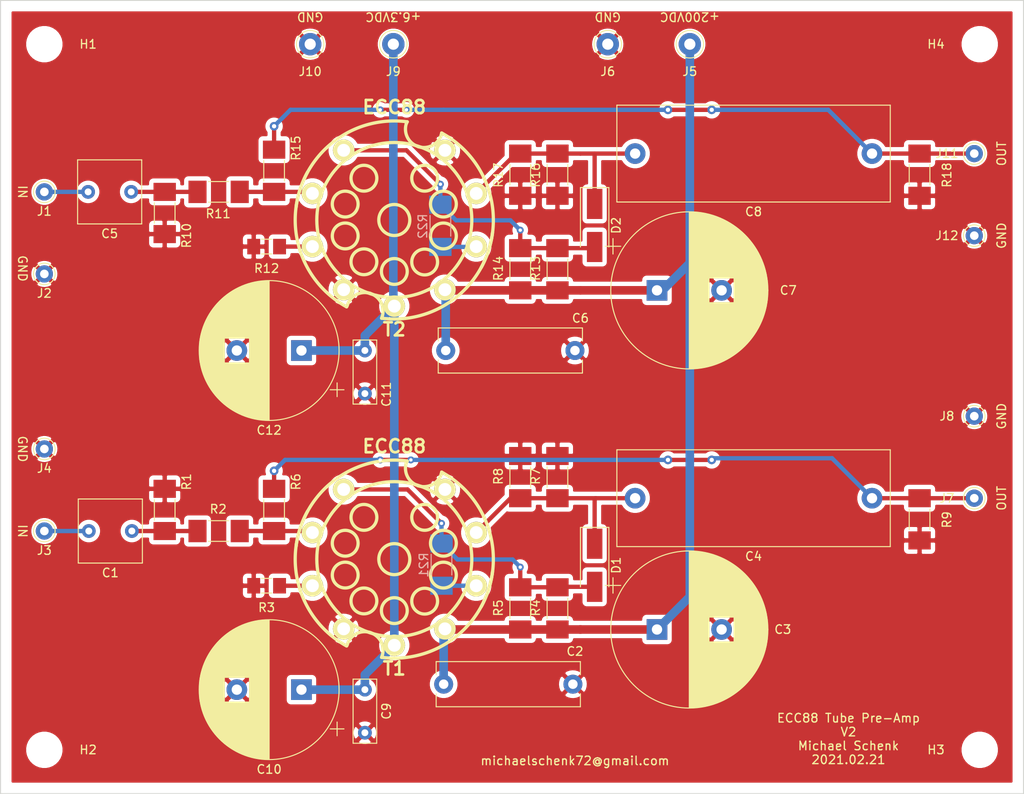
<source format=kicad_pcb>
(kicad_pcb (version 20171130) (host pcbnew "(5.1.9-0-10_14)")
  (layers (0 F.Cu signal) (31 B.Cu signal) (34 B.Paste user) (35 F.Paste user) (36 B.SilkS user) (37 F.SilkS user) (38 B.Mask user) (39 F.Mask user) (44 Edge.Cuts user))
  (net 0 "")
  (net 1 "Net-(C1-Pad2)")
  (net 2 "Net-(C1-Pad1)")
  (net 3 GND)
  (net 4 VDDA)
  (net 5 "Net-(C4-Pad2)")
  (net 6 "Net-(C4-Pad1)")
  (net 7 VDDF)
  (net 8 "Net-(R2-Pad1)")
  (net 9 "Net-(R3-Pad1)")
  (net 10 "Net-(C5-Pad2)")
  (net 11 "Net-(C5-Pad1)")
  (net 12 "Net-(C8-Pad2)")
  (net 13 "Net-(C8-Pad1)")
  (net 14 "Net-(R11-Pad1)")
  (net 15 "Net-(R12-Pad1)")
  (net 16 "Net-(D1-Pad2)")
  (net 17 "Net-(D2-Pad2)")
  (net 18 "Net-(R21-Pad2)")
  (net 19 "Net-(R22-Pad2)")
  (module kicad-snk:TubeNoval-ECC88 (layer F.Cu) (at 84.43976 96.6089 180)
    (fp_text reference T2 (at 0 -12.7) (layer F.SilkS) (effects (font (size 1.524 1.524) (thickness 0.3048))))
    (fp_text value ECC88 (at 0 13.09878) (layer F.SilkS) (effects (font (size 1.524 1.524) (thickness 0.3048))))
    (pad 1 thru_hole circle (at 5.87756 8.0899 180) (size 2.49936 2.49936) (drill 1.4986) (layers *.Cu *.Mask F.SilkS) (net 17 "Net-(D2-Pad2)"))
    (pad 2 thru_hole circle (at 9.50976 3.0861 180) (size 2.49936 2.49936) (drill 1.4986) (layers *.Cu *.Mask F.SilkS) (net 14 "Net-(R11-Pad1)"))
    (pad 3 thru_hole circle (at 9.50976 -3.0861 180) (size 2.49936 2.49936) (drill 1.4986) (layers *.Cu *.Mask F.SilkS) (net 15 "Net-(R12-Pad1)"))
    (pad 4 thru_hole circle (at 5.87756 -8.0899 180) (size 2.49936 2.49936) (drill 1.4986) (layers *.Cu *.Mask F.SilkS) (net 3 GND))
    (pad 5 thru_hole circle (at 0 -9.99998 180) (size 2.49936 2.49936) (drill 1.4986) (layers *.Cu *.Mask F.SilkS) (net 7 VDDF))
    (pad 6 thru_hole circle (at -5.87756 -8.0899 180) (size 2.49936 2.49936) (drill 1.4986) (layers *.Cu *.Mask F.SilkS) (net 4 VDDA))
    (pad 7 thru_hole circle (at -9.50976 -3.0861 180) (size 2.49936 2.49936) (drill 1.4986) (layers *.Cu *.Mask F.SilkS) (net 19 "Net-(R22-Pad2)"))
    (pad 8 thru_hole circle (at -9.50976 3.0861 180) (size 2.49936 2.49936) (drill 1.4986) (layers *.Cu *.Mask F.SilkS) (net 12 "Net-(C8-Pad2)"))
    (pad 9 thru_hole circle (at -5.87756 8.0899 180) (size 2.49936 2.49936) (drill 1.4986) (layers *.Cu *.Mask F.SilkS) (net 3 GND))
  )
  (module kicad-snk:TubeNoval-ECC88 (layer F.Cu) (at 84.43976 135.9789 180)
    (fp_text reference T1 (at 0 -12.7) (layer F.SilkS) (effects (font (size 1.524 1.524) (thickness 0.3048))))
    (fp_text value ECC88 (at 0 13.09878) (layer F.SilkS) (effects (font (size 1.524 1.524) (thickness 0.3048))))
    (pad 1 thru_hole circle (at 5.87756 8.0899 180) (size 2.49936 2.49936) (drill 1.4986) (layers *.Cu *.Mask F.SilkS) (net 16 "Net-(D1-Pad2)"))
    (pad 2 thru_hole circle (at 9.50976 3.0861 180) (size 2.49936 2.49936) (drill 1.4986) (layers *.Cu *.Mask F.SilkS) (net 8 "Net-(R2-Pad1)"))
    (pad 3 thru_hole circle (at 9.50976 -3.0861 180) (size 2.49936 2.49936) (drill 1.4986) (layers *.Cu *.Mask F.SilkS) (net 9 "Net-(R3-Pad1)"))
    (pad 4 thru_hole circle (at 5.87756 -8.0899 180) (size 2.49936 2.49936) (drill 1.4986) (layers *.Cu *.Mask F.SilkS) (net 3 GND))
    (pad 5 thru_hole circle (at 0 -9.99998 180) (size 2.49936 2.49936) (drill 1.4986) (layers *.Cu *.Mask F.SilkS) (net 7 VDDF))
    (pad 6 thru_hole circle (at -5.87756 -8.0899 180) (size 2.49936 2.49936) (drill 1.4986) (layers *.Cu *.Mask F.SilkS) (net 4 VDDA))
    (pad 7 thru_hole circle (at -9.50976 -3.0861 180) (size 2.49936 2.49936) (drill 1.4986) (layers *.Cu *.Mask F.SilkS) (net 18 "Net-(R21-Pad2)"))
    (pad 8 thru_hole circle (at -9.50976 3.0861 180) (size 2.49936 2.49936) (drill 1.4986) (layers *.Cu *.Mask F.SilkS) (net 5 "Net-(C4-Pad2)"))
    (pad 9 thru_hole circle (at -5.87756 8.0899 180) (size 2.49936 2.49936) (drill 1.4986) (layers *.Cu *.Mask F.SilkS) (net 3 GND))
  )
  (module Diode_SMD:D_SMA_Handsoldering (layer F.Cu) (at 107.696 97.242 270)
    (fp_text reference D2 (at 0 -2.5 90) (layer F.SilkS))
    (fp_text value 1N4007)
    (pad 2 smd rect (at 2.5 0 270) (size 3.5 1.8) (layers F.Cu F.Paste F.Mask) (net 17 "Net-(D2-Pad2)"))
    (pad 1 smd rect (at -2.5 0 270) (size 3.5 1.8) (layers F.Cu F.Paste F.Mask) (net 12 "Net-(C8-Pad2)"))
  )
  (module Diode_SMD:D_SMA_Handsoldering (layer F.Cu) (at 107.696 136.692 270)
    (fp_text reference D1 (at 0 -2.5 90) (layer F.SilkS))
    (fp_text value 1N4007)
    (pad 2 smd rect (at 2.5 0 270) (size 3.5 1.8) (layers F.Cu F.Paste F.Mask) (net 16 "Net-(D1-Pad2)"))
    (pad 1 smd rect (at -2.5 0 270) (size 3.5 1.8) (layers F.Cu F.Paste F.Mask) (net 5 "Net-(C4-Pad2)"))
  )
  (module Resistor_SMD:R_MELF_MMB-0207 (layer B.Cu) (at 89.789 97.282 270)
    (fp_text reference R22 (at 0.05 2.05 270) (layer B.SilkS) (effects (justify mirror)))
    (fp_text value 100R)
    (pad 2 smd rect (at 2.45 0 270) (size 2.1 2.6) (layers B.Cu B.Paste B.Mask) (net 19 "Net-(R22-Pad2)"))
    (pad 1 smd rect (at -2.45 0 270) (size 2.1 2.6) (layers B.Cu B.Paste B.Mask) (net 17 "Net-(D2-Pad2)"))
  )
  (module Resistor_SMD:R_MELF_MMB-0207 (layer B.Cu) (at 89.916 136.615 270)
    (fp_text reference R21 (at 0.05 2.05 90) (layer B.SilkS) (effects (justify mirror)))
    (fp_text value 100R)
    (pad 2 smd rect (at 2.45 0 270) (size 2.1 2.6) (layers B.Cu B.Paste B.Mask) (net 18 "Net-(R21-Pad2)"))
    (pad 1 smd rect (at -2.45 0 270) (size 2.1 2.6) (layers B.Cu B.Paste B.Mask) (net 16 "Net-(D1-Pad2)"))
  )
  (module Capacitor_THT:C_Rect_L31.5mm_W11.0mm_P27.50mm_MKS4 (layer F.Cu) (at 139.895 88.9 180)
    (fp_text reference C8 (at 13.75 -6.75) (layer F.SilkS))
    (fp_text value 2.2uF)
    (pad 2 thru_hole circle (at 27.5 0 180) (size 2.4 2.4) (drill 1.2) (layers *.Cu *.Mask) (net 12 "Net-(C8-Pad2)"))
    (pad 1 thru_hole circle (at 0 0 180) (size 2.4 2.4) (drill 1.2) (layers *.Cu *.Mask) (net 13 "Net-(C8-Pad1)"))
  )
  (module Capacitor_THT:C_Rect_L31.5mm_W11.0mm_P27.50mm_MKS4 (layer F.Cu) (at 139.895 128.905 180)
    (fp_text reference C4 (at 13.75 -6.75) (layer F.SilkS))
    (fp_text value 2.2uF)
    (pad 2 thru_hole circle (at 27.5 0 180) (size 2.4 2.4) (drill 1.2) (layers *.Cu *.Mask) (net 5 "Net-(C4-Pad2)"))
    (pad 1 thru_hole circle (at 0 0 180) (size 2.4 2.4) (drill 1.2) (layers *.Cu *.Mask) (net 6 "Net-(C4-Pad1)"))
  )
  (module Capacitor_THT:CP_Radial_D16.0mm_P7.50mm (layer F.Cu) (at 73.66 111.76 180)
    (fp_text reference C12 (at 3.75 -9.25) (layer F.SilkS))
    (fp_text value 2200uF)
    (pad 2 thru_hole circle (at 7.5 0 180) (size 2.4 2.4) (drill 1.2) (layers *.Cu *.Mask) (net 3 GND))
    (pad 1 thru_hole rect (at 0 0 180) (size 2.4 2.4) (drill 1.2) (layers *.Cu *.Mask) (net 7 VDDF))
  )
  (module Capacitor_THT:C_Rect_L7.2mm_W2.5mm_P5.00mm_FKS2_FKP2_MKS2_MKP2 (layer F.Cu) (at 81.026 111.76 270)
    (fp_text reference C11 (at 5.08 -2.5 90) (layer F.SilkS))
    (fp_text value 100nF)
    (pad 2 thru_hole circle (at 5 0 270) (size 1.6 1.6) (drill 0.8) (layers *.Cu *.Mask) (net 3 GND))
    (pad 1 thru_hole circle (at 0 0 270) (size 1.6 1.6) (drill 0.8) (layers *.Cu *.Mask) (net 7 VDDF))
  )
  (module Capacitor_THT:CP_Radial_D16.0mm_P7.50mm (layer F.Cu) (at 73.66 151.13 180)
    (fp_text reference C10 (at 3.75 -9.25) (layer F.SilkS))
    (fp_text value 2200uF)
    (pad 2 thru_hole circle (at 7.5 0 180) (size 2.4 2.4) (drill 1.2) (layers *.Cu *.Mask) (net 3 GND))
    (pad 1 thru_hole rect (at 0 0 180) (size 2.4 2.4) (drill 1.2) (layers *.Cu *.Mask) (net 7 VDDF))
  )
  (module Capacitor_THT:C_Rect_L7.2mm_W2.5mm_P5.00mm_FKS2_FKP2_MKS2_MKP2 (layer F.Cu) (at 81.026 151.13 270)
    (fp_text reference C9 (at 2.5 -2.5 90) (layer F.SilkS))
    (fp_text value 100nF)
    (pad 2 thru_hole circle (at 5 0 270) (size 1.6 1.6) (drill 0.8) (layers *.Cu *.Mask) (net 3 GND))
    (pad 1 thru_hole circle (at 0 0 270) (size 1.6 1.6) (drill 0.8) (layers *.Cu *.Mask) (net 7 VDDF))
  )
  (module Resistor_SMD:R_MELF_MMB-0207 (layer F.Cu) (at 145.415 91.35 270)
    (fp_text reference R18 (at 0.05 -3.175 90) (layer F.SilkS))
    (fp_text value 1Meg)
    (pad 2 smd rect (at 2.45 0 270) (size 2.1 2.6) (layers F.Cu F.Paste F.Mask) (net 3 GND))
    (pad 1 smd rect (at -2.45 0 270) (size 2.1 2.6) (layers F.Cu F.Paste F.Mask) (net 13 "Net-(C8-Pad1)"))
  )
  (module Resistor_SMD:R_MELF_MMB-0207 (layer F.Cu) (at 99.06 91.35 270)
    (fp_text reference R17 (at 0.05 2.54 90) (layer F.SilkS))
    (fp_text value 39k)
    (pad 2 smd rect (at 2.45 0 270) (size 2.1 2.6) (layers F.Cu F.Paste F.Mask) (net 3 GND))
    (pad 1 smd rect (at -2.45 0 270) (size 2.1 2.6) (layers F.Cu F.Paste F.Mask) (net 12 "Net-(C8-Pad2)"))
  )
  (module Resistor_SMD:R_MELF_MMB-0207 (layer F.Cu) (at 103.378 91.35 270)
    (fp_text reference R16 (at 0.05 2.54 90) (layer F.SilkS))
    (fp_text value 56k)
    (pad 2 smd rect (at 2.45 0 270) (size 2.1 2.6) (layers F.Cu F.Paste F.Mask) (net 3 GND))
    (pad 1 smd rect (at -2.45 0 270) (size 2.1 2.6) (layers F.Cu F.Paste F.Mask) (net 12 "Net-(C8-Pad2)"))
  )
  (module Resistor_SMD:R_MELF_MMB-0207 (layer F.Cu) (at 70.485 90.895 270)
    (fp_text reference R15 (at -2.63 -2.54 90) (layer F.SilkS))
    (fp_text value 100k)
    (pad 2 smd rect (at 2.45 0 270) (size 2.1 2.6) (layers F.Cu F.Paste F.Mask) (net 14 "Net-(R11-Pad1)"))
    (pad 1 smd rect (at -2.45 0 270) (size 2.1 2.6) (layers F.Cu F.Paste F.Mask) (net 13 "Net-(C8-Pad1)"))
  )
  (module Resistor_SMD:R_MELF_MMB-0207 (layer F.Cu) (at 99.06 102.325 90)
    (fp_text reference R14 (at 0.09 -2.54 90) (layer F.SilkS))
    (fp_text value 39k)
    (pad 2 smd rect (at 2.45 0 90) (size 2.1 2.6) (layers F.Cu F.Paste F.Mask) (net 17 "Net-(D2-Pad2)"))
    (pad 1 smd rect (at -2.45 0 90) (size 2.1 2.6) (layers F.Cu F.Paste F.Mask) (net 4 VDDA))
  )
  (module Resistor_SMD:R_MELF_MMB-0207 (layer F.Cu) (at 103.378 102.325 90)
    (fp_text reference R13 (at 0.09 -2.54 90) (layer F.SilkS))
    (fp_text value 56k)
    (pad 2 smd rect (at 2.45 0 90) (size 2.1 2.6) (layers F.Cu F.Paste F.Mask) (net 17 "Net-(D2-Pad2)"))
    (pad 1 smd rect (at -2.45 0 90) (size 2.1 2.6) (layers F.Cu F.Paste F.Mask) (net 4 VDDA))
  )
  (module Resistor_SMD:R_MiniMELF_MMA-0204 (layer F.Cu) (at 69.62 99.695 180)
    (fp_text reference R12 (at 0 -2.54) (layer F.SilkS))
    (fp_text value 1.21k)
    (pad 2 smd rect (at 1.5 0 180) (size 1.5 1.8) (layers F.Cu F.Paste F.Mask) (net 3 GND))
    (pad 1 smd rect (at -1.5 0 180) (size 1.5 1.8) (layers F.Cu F.Paste F.Mask) (net 15 "Net-(R12-Pad1)"))
  )
  (module Resistor_SMD:R_MELF_MMB-0207 (layer F.Cu) (at 64.045 93.345 180)
    (fp_text reference R11 (at 0.05 -2.54) (layer F.SilkS))
    (fp_text value 47k)
    (pad 2 smd rect (at 2.45 0 180) (size 2.1 2.6) (layers F.Cu F.Paste F.Mask) (net 11 "Net-(C5-Pad1)"))
    (pad 1 smd rect (at -2.45 0 180) (size 2.1 2.6) (layers F.Cu F.Paste F.Mask) (net 14 "Net-(R11-Pad1)"))
  )
  (module Resistor_SMD:R_MELF_MMB-0207 (layer F.Cu) (at 57.785 95.795 270)
    (fp_text reference R10 (at 2.63 -2.54 90) (layer F.SilkS))
    (fp_text value 1Meg)
    (pad 2 smd rect (at 2.45 0 270) (size 2.1 2.6) (layers F.Cu F.Paste F.Mask) (net 3 GND))
    (pad 1 smd rect (at -2.45 0 270) (size 2.1 2.6) (layers F.Cu F.Paste F.Mask) (net 11 "Net-(C5-Pad1)"))
  )
  (module Connector_Pin:Pin_D1.0mm_L10.0mm (layer F.Cu) (at 151.765 98.425)
    (fp_text reference J12 (at -3.175 0) (layer F.SilkS))
    (fp_text value Conn_01x01)
    (pad 1 thru_hole circle (at 0 0) (size 2 2) (drill 1) (layers *.Cu *.Mask) (net 3 GND))
  )
  (module Connector_Pin:Pin_D1.0mm_L10.0mm (layer F.Cu) (at 151.765 88.9)
    (fp_text reference J11 (at -3.175 0) (layer F.SilkS))
    (fp_text value Conn_01x01)
    (pad 1 thru_hole circle (at 0 0) (size 2 2) (drill 1) (layers *.Cu *.Mask) (net 13 "Net-(C8-Pad1)"))
  )
  (module Connector_Pin:Pin_D1.3mm_L11.0mm (layer F.Cu) (at 74.676 76.2)
    (fp_text reference J10 (at 0 3.175) (layer F.SilkS))
    (fp_text value Conn_01x01)
    (pad 1 thru_hole circle (at 0 0) (size 2.6 2.6) (drill 1.3) (layers *.Cu *.Mask) (net 3 GND))
  )
  (module Connector_Pin:Pin_D1.3mm_L11.0mm (layer F.Cu) (at 84.328 76.2)
    (fp_text reference J9 (at 0 3.175) (layer F.SilkS))
    (fp_text value Conn_01x01)
    (pad 1 thru_hole circle (at 0 0) (size 2.6 2.6) (drill 1.3) (layers *.Cu *.Mask) (net 7 VDDF))
  )
  (module Connector_Pin:Pin_D1.0mm_L10.0mm (layer F.Cu) (at 43.815 102.87)
    (fp_text reference J2 (at 0 2.25) (layer F.SilkS))
    (fp_text value Conn_01x01)
    (pad 1 thru_hole circle (at 0 0) (size 2 2) (drill 1) (layers *.Cu *.Mask) (net 3 GND))
  )
  (module Connector_Pin:Pin_D1.0mm_L10.0mm (layer F.Cu) (at 43.815 93.345)
    (fp_text reference J1 (at 0 2.25) (layer F.SilkS))
    (fp_text value Conn_01x01)
    (pad 1 thru_hole circle (at 0 0) (size 2 2) (drill 1) (layers *.Cu *.Mask) (net 10 "Net-(C5-Pad2)"))
  )
  (module Capacitor_THT:CP_Radial_D18.0mm_P7.50mm (layer F.Cu) (at 114.935 104.775)
    (fp_text reference C7 (at 15.24 0) (layer F.SilkS))
    (fp_text value 100uF)
    (pad 2 thru_hole circle (at 7.5 0) (size 2.4 2.4) (drill 1.2) (layers *.Cu *.Mask) (net 3 GND))
    (pad 1 thru_hole rect (at 0 0) (size 2.4 2.4) (drill 1.2) (layers *.Cu *.Mask) (net 4 VDDA))
  )
  (module Capacitor_THT:C_Rect_L16.5mm_W5.0mm_P15.00mm_MKT (layer F.Cu) (at 90.41 111.76)
    (fp_text reference C6 (at 15.635 -3.75) (layer F.SilkS))
    (fp_text value 100nF)
    (pad 2 thru_hole circle (at 15 0) (size 2.2 2.2) (drill 1.1) (layers *.Cu *.Mask) (net 3 GND))
    (pad 1 thru_hole circle (at 0 0) (size 2.2 2.2) (drill 1.1) (layers *.Cu *.Mask) (net 4 VDDA))
  )
  (module Capacitor_THT:C_Rect_L7.2mm_W7.2mm_P5.00mm_FKS2_FKP2_MKS2_MKP2 (layer F.Cu) (at 53.895 93.345 180)
    (fp_text reference C5 (at 2.5 -4.85) (layer F.SilkS))
    (fp_text value 3.3uF)
    (pad 2 thru_hole circle (at 5 0 180) (size 1.6 1.6) (drill 0.8) (layers *.Cu *.Mask) (net 10 "Net-(C5-Pad2)"))
    (pad 1 thru_hole circle (at 0 0 180) (size 1.6 1.6) (drill 0.8) (layers *.Cu *.Mask) (net 11 "Net-(C5-Pad1)"))
  )
  (module Resistor_SMD:R_MELF_MMB-0207 (layer F.Cu) (at 145.415 131.355 270)
    (fp_text reference R9 (at 0.05 -3.175 90) (layer F.SilkS))
    (fp_text value 1Meg)
    (pad 2 smd rect (at 2.45 0 270) (size 2.1 2.6) (layers F.Cu F.Paste F.Mask) (net 3 GND))
    (pad 1 smd rect (at -2.45 0 270) (size 2.1 2.6) (layers F.Cu F.Paste F.Mask) (net 6 "Net-(C4-Pad1)"))
  )
  (module Resistor_SMD:R_MELF_MMB-0207 (layer F.Cu) (at 99.06 126.455 90)
    (fp_text reference R8 (at 0.09 -2.54 90) (layer F.SilkS))
    (fp_text value 39k)
    (pad 2 smd rect (at 2.45 0 90) (size 2.1 2.6) (layers F.Cu F.Paste F.Mask) (net 3 GND))
    (pad 1 smd rect (at -2.45 0 90) (size 2.1 2.6) (layers F.Cu F.Paste F.Mask) (net 5 "Net-(C4-Pad2)"))
  )
  (module Resistor_SMD:R_MELF_MMB-0207 (layer F.Cu) (at 103.378 126.455 90)
    (fp_text reference R7 (at 0.09 -2.54 90) (layer F.SilkS))
    (fp_text value 56k)
    (pad 2 smd rect (at 2.45 0 90) (size 2.1 2.6) (layers F.Cu F.Paste F.Mask) (net 3 GND))
    (pad 1 smd rect (at -2.45 0 90) (size 2.1 2.6) (layers F.Cu F.Paste F.Mask) (net 5 "Net-(C4-Pad2)"))
  )
  (module Resistor_SMD:R_MELF_MMB-0207 (layer F.Cu) (at 70.485 130.265 270)
    (fp_text reference R6 (at -3.265 -2.54 90) (layer F.SilkS))
    (fp_text value 100k)
    (pad 2 smd rect (at 2.45 0 270) (size 2.1 2.6) (layers F.Cu F.Paste F.Mask) (net 8 "Net-(R2-Pad1)"))
    (pad 1 smd rect (at -2.45 0 270) (size 2.1 2.6) (layers F.Cu F.Paste F.Mask) (net 6 "Net-(C4-Pad1)"))
  )
  (module Resistor_SMD:R_MELF_MMB-0207 (layer F.Cu) (at 99.06 141.695 90)
    (fp_text reference R5 (at 0.05 -2.54 90) (layer F.SilkS))
    (fp_text value 39k)
    (pad 2 smd rect (at 2.45 0 90) (size 2.1 2.6) (layers F.Cu F.Paste F.Mask) (net 16 "Net-(D1-Pad2)"))
    (pad 1 smd rect (at -2.45 0 90) (size 2.1 2.6) (layers F.Cu F.Paste F.Mask) (net 4 VDDA))
  )
  (module Resistor_SMD:R_MELF_MMB-0207 (layer F.Cu) (at 103.378 141.695 90)
    (fp_text reference R4 (at 0.05 -2.54 90) (layer F.SilkS))
    (fp_text value 56k)
    (pad 2 smd rect (at 2.45 0 90) (size 2.1 2.6) (layers F.Cu F.Paste F.Mask) (net 16 "Net-(D1-Pad2)"))
    (pad 1 smd rect (at -2.45 0 90) (size 2.1 2.6) (layers F.Cu F.Paste F.Mask) (net 4 VDDA))
  )
  (module Resistor_SMD:R_MiniMELF_MMA-0204 (layer F.Cu) (at 69.62 139.065 180)
    (fp_text reference R3 (at 0 -2.54) (layer F.SilkS))
    (fp_text value 1.21k)
    (pad 2 smd rect (at 1.5 0 180) (size 1.5 1.8) (layers F.Cu F.Paste F.Mask) (net 3 GND))
    (pad 1 smd rect (at -1.5 0 180) (size 1.5 1.8) (layers F.Cu F.Paste F.Mask) (net 9 "Net-(R3-Pad1)"))
  )
  (module Resistor_SMD:R_MELF_MMB-0207 (layer F.Cu) (at 64.045 132.715 180)
    (fp_text reference R2 (at 0.05 2.54) (layer F.SilkS))
    (fp_text value 47k)
    (pad 2 smd rect (at 2.45 0 180) (size 2.1 2.6) (layers F.Cu F.Paste F.Mask) (net 2 "Net-(C1-Pad1)"))
    (pad 1 smd rect (at -2.45 0 180) (size 2.1 2.6) (layers F.Cu F.Paste F.Mask) (net 8 "Net-(R2-Pad1)"))
  )
  (module Resistor_SMD:R_MELF_MMB-0207 (layer F.Cu) (at 57.785 130.265 90)
    (fp_text reference R1 (at 3.265 2.54 90) (layer F.SilkS))
    (fp_text value 1Meg)
    (pad 2 smd rect (at 2.45 0 90) (size 2.1 2.6) (layers F.Cu F.Paste F.Mask) (net 3 GND))
    (pad 1 smd rect (at -2.45 0 90) (size 2.1 2.6) (layers F.Cu F.Paste F.Mask) (net 2 "Net-(C1-Pad1)"))
  )
  (module Connector_Pin:Pin_D1.0mm_L10.0mm (layer F.Cu) (at 151.765 119.38)
    (fp_text reference J8 (at -3.175 0) (layer F.SilkS))
    (fp_text value Conn_01x01)
    (pad 1 thru_hole circle (at 0 0) (size 2 2) (drill 1) (layers *.Cu *.Mask) (net 3 GND))
  )
  (module Connector_Pin:Pin_D1.0mm_L10.0mm (layer F.Cu) (at 151.765 128.905)
    (fp_text reference J7 (at -3.175 0) (layer F.SilkS))
    (fp_text value Conn_01x01)
    (pad 1 thru_hole circle (at 0 0) (size 2 2) (drill 1) (layers *.Cu *.Mask) (net 6 "Net-(C4-Pad1)"))
  )
  (module Connector_Pin:Pin_D1.3mm_L11.0mm (layer F.Cu) (at 109.22 76.2)
    (fp_text reference J6 (at 0 3.175) (layer F.SilkS))
    (fp_text value Conn_01x01)
    (pad 1 thru_hole circle (at 0 0) (size 2.6 2.6) (drill 1.3) (layers *.Cu *.Mask) (net 3 GND))
  )
  (module Connector_Pin:Pin_D1.3mm_L11.0mm (layer F.Cu) (at 118.745 76.2)
    (fp_text reference J5 (at 0 3.175) (layer F.SilkS))
    (fp_text value Conn_01x01)
    (pad 1 thru_hole circle (at 0 0) (size 2.6 2.6) (drill 1.3) (layers *.Cu *.Mask) (net 4 VDDA))
  )
  (module Connector_Pin:Pin_D1.0mm_L10.0mm (layer F.Cu) (at 43.815 123.19)
    (fp_text reference J4 (at 0 2.25) (layer F.SilkS))
    (fp_text value Conn_01x01)
    (pad 1 thru_hole circle (at 0 0) (size 2 2) (drill 1) (layers *.Cu *.Mask) (net 3 GND))
  )
  (module Connector_Pin:Pin_D1.0mm_L10.0mm (layer F.Cu) (at 43.815 132.715)
    (fp_text reference J3 (at 0 2.25) (layer F.SilkS))
    (fp_text value Conn_01x01)
    (pad 1 thru_hole circle (at 0 0) (size 2 2) (drill 1) (layers *.Cu *.Mask) (net 1 "Net-(C1-Pad2)"))
  )
  (module MountingHole:MountingHole_3.2mm_M3 (layer F.Cu) (at 152.4 76.2)
    (fp_text reference H4 (at -5.08 0) (layer F.SilkS))
    (fp_text value MountingHole)
    (pad 1 np_thru_hole circle (at 0 0) (size 3.2 3.2) (drill 3.2) (layers *.Cu *.Mask))
  )
  (module MountingHole:MountingHole_3.2mm_M3 (layer F.Cu) (at 152.4 158.115)
    (fp_text reference H3 (at -5.08 0) (layer F.SilkS))
    (fp_text value MountingHole)
    (pad 1 np_thru_hole circle (at 0 0) (size 3.2 3.2) (drill 3.2) (layers *.Cu *.Mask))
  )
  (module MountingHole:MountingHole_3.2mm_M3 (layer F.Cu) (at 43.815 158.115)
    (fp_text reference H2 (at 5.08 0) (layer F.SilkS))
    (fp_text value MountingHole)
    (pad 1 np_thru_hole circle (at 0 0) (size 3.2 3.2) (drill 3.2) (layers *.Cu *.Mask))
  )
  (module MountingHole:MountingHole_3.2mm_M3 (layer F.Cu) (at 43.815 76.2)
    (fp_text reference H1 (at 5.08 0) (layer F.SilkS))
    (fp_text value MountingHole)
    (pad 1 np_thru_hole circle (at 0 0) (size 3.2 3.2) (drill 3.2) (layers *.Cu *.Mask))
  )
  (module Capacitor_THT:CP_Radial_D18.0mm_P7.50mm (layer F.Cu) (at 114.935 144.145)
    (fp_text reference C3 (at 14.605 0) (layer F.SilkS))
    (fp_text value 100uF)
    (pad 2 thru_hole circle (at 7.5 0) (size 2.4 2.4) (drill 1.2) (layers *.Cu *.Mask) (net 3 GND))
    (pad 1 thru_hole rect (at 0 0) (size 2.4 2.4) (drill 1.2) (layers *.Cu *.Mask) (net 4 VDDA))
  )
  (module Capacitor_THT:C_Rect_L16.5mm_W5.0mm_P15.00mm_MKT (layer F.Cu) (at 90.17 150.495)
    (fp_text reference C2 (at 15.24 -3.81) (layer F.SilkS))
    (fp_text value 100nF)
    (pad 2 thru_hole circle (at 15 0) (size 2.2 2.2) (drill 1.1) (layers *.Cu *.Mask) (net 3 GND))
    (pad 1 thru_hole circle (at 0 0) (size 2.2 2.2) (drill 1.1) (layers *.Cu *.Mask) (net 4 VDDA))
  )
  (module Capacitor_THT:C_Rect_L7.2mm_W7.2mm_P5.00mm_FKS2_FKP2_MKS2_MKP2 (layer F.Cu) (at 53.975 132.715 180)
    (fp_text reference C1 (at 2.5 -4.85) (layer F.SilkS))
    (fp_text value 3.3uF)
    (pad 2 thru_hole circle (at 5 0 180) (size 1.6 1.6) (drill 0.8) (layers *.Cu *.Mask) (net 1 "Net-(C1-Pad2)"))
    (pad 1 thru_hole circle (at 0 0 180) (size 1.6 1.6) (drill 0.8) (layers *.Cu *.Mask) (net 2 "Net-(C1-Pad1)"))
  )
  (gr_text GND (at 74.676 73.025 180) (layer F.SilkS) (effects (font (size 1 1))))
  (gr_text GND (at 109.22 73.025 180) (layer F.SilkS) (effects (font (size 1 1))))
  (gr_text +6.3VDC (at 84.328 73.025 180) (layer F.SilkS) (effects (font (size 1 1))))
  (gr_text +200VDC (at 118.745 73.025 180) (layer F.SilkS) (effects (font (size 1 1))))
  (gr_text OUT (at 154.94 88.9 90) (layer F.SilkS) (effects (font (size 1 1))))
  (gr_text OUT (at 154.94 128.905 90) (layer F.SilkS) (effects (font (size 1 1))))
  (gr_text GND (at 154.94 119.38 90) (layer F.SilkS) (effects (font (size 1 1))))
  (gr_text GND (at 154.94 98.425 90) (layer F.SilkS) (effects (font (size 1 1))))
  (gr_text GND (at 41.275 102.235 270) (layer F.SilkS) (effects (font (size 1 1))))
  (gr_text GND (at 41.275 123.19 270) (layer F.SilkS) (effects (font (size 1 1))))
  (gr_text IN (at 41.275 132.715 270) (layer F.SilkS) (effects (font (size 1 1))))
  (gr_text IN (at 41.275 93.345 270) (layer F.SilkS) (effects (font (size 1 1))))
  (gr_text "ECC88 Tube Pre-Amp\nV2\nMichael Schenk\n2021.02.21" (at 137.16 156.845) (layer F.SilkS) (effects (font (size 1 1))))
  (gr_text michaelschenk72@gmail.com (at 105.41 159.385) (layer F.SilkS) (effects (font (size 1 1))))
  (gr_line (start 157.48 71.12) (end 157.48 163.195) (layer Edge.Cuts) (width 0.1))
  (gr_line (start 38.735 71.12) (end 157.48 71.12) (layer Edge.Cuts) (width 0.1))
  (gr_line (start 38.735 163.195) (end 38.735 71.12) (layer Edge.Cuts) (width 0.1))
  (gr_line (start 157.48 163.195) (end 38.735 163.195) (layer Edge.Cuts) (width 0.1))
  (segment (start 43.815 132.715) (end 48.975 132.715) (width 0.5) (layer B.Cu) (net 1))
  (segment (start 53.975 132.715) (end 57.785 132.715) (width 0.5) (layer F.Cu) (net 2))
  (segment (start 57.785 132.715) (end 61.595 132.715) (width 0.5) (layer F.Cu) (net 2))
  (segment (start 118.745 140.335) (end 114.935 144.145) (width 1) (layer B.Cu) (net 4))
  (segment (start 115.57 104.775) (end 118.745 101.6) (width 1) (layer B.Cu) (net 4))
  (segment (start 118.745 101.6) (end 118.745 140.335) (width 1) (layer B.Cu) (net 4))
  (segment (start 114.935 104.775) (end 115.57 104.775) (width 1) (layer B.Cu) (net 4))
  (segment (start 118.745 101.6) (end 118.745 76.2) (width 1) (layer B.Cu) (net 4))
  (segment (start 90.41 104.79148) (end 90.31732 104.6988) (width 1) (layer B.Cu) (net 4))
  (segment (start 90.41 111.76) (end 90.41 104.79148) (width 1) (layer B.Cu) (net 4))
  (segment (start 90.17 144.21612) (end 90.31732 144.0688) (width 1) (layer B.Cu) (net 4))
  (segment (start 90.17 150.495) (end 90.17 144.21612) (width 1) (layer B.Cu) (net 4))
  (segment (start 114.935 144.145) (end 106.045 144.145) (width 1) (layer F.Cu) (net 4))
  (segment (start 90.39352 144.145) (end 90.31732 144.0688) (width 1) (layer F.Cu) (net 4))
  (segment (start 99.06 144.145) (end 90.39352 144.145) (width 1) (layer F.Cu) (net 4))
  (segment (start 114.935 104.775) (end 106.045 104.775) (width 1) (layer F.Cu) (net 4))
  (segment (start 90.39352 104.775) (end 90.31732 104.6988) (width 1) (layer F.Cu) (net 4))
  (segment (start 99.06 104.775) (end 90.39352 104.775) (width 1) (layer F.Cu) (net 4))
  (segment (start 106.045 104.775) (end 103.378 104.775) (width 1) (layer F.Cu) (net 4))
  (segment (start 103.378 104.775) (end 99.06 104.775) (width 1) (layer F.Cu) (net 4))
  (segment (start 106.045 144.145) (end 103.378 144.145) (width 1) (layer F.Cu) (net 4))
  (segment (start 103.378 144.145) (end 99.06 144.145) (width 1) (layer F.Cu) (net 4))
  (segment (start 97.93732 128.905) (end 99.06 128.905) (width 0.5) (layer F.Cu) (net 5))
  (segment (start 93.94952 132.8928) (end 97.93732 128.905) (width 0.5) (layer F.Cu) (net 5))
  (segment (start 99.06 128.905) (end 103.378 128.905) (width 0.5) (layer F.Cu) (net 5))
  (segment (start 107.696 134.192) (end 107.696 129.032) (width 0.5) (layer F.Cu) (net 5))
  (segment (start 107.823 128.905) (end 112.395 128.905) (width 0.5) (layer F.Cu) (net 5))
  (segment (start 107.696 129.032) (end 107.823 128.905) (width 0.5) (layer F.Cu) (net 5))
  (segment (start 103.378 128.905) (end 107.823 128.905) (width 0.5) (layer F.Cu) (net 5))
  (segment (start 139.895 128.905) (end 145.415 128.905) (width 0.5) (layer F.Cu) (net 6))
  (segment (start 145.415 128.905) (end 151.765 128.905) (width 0.5) (layer F.Cu) (net 6))
  (segment (start 139.895 128.905) (end 135.255 124.265) (width 0.5) (layer B.Cu) (net 6))
  (via (at 121.285 124.46) (size 1) (drill 0.5) (layers F.Cu B.Cu) (net 6))
  (segment (start 121.48 124.265) (end 121.285 124.46) (width 0.5) (layer B.Cu) (net 6))
  (segment (start 135.255 124.265) (end 121.48 124.265) (width 0.5) (layer B.Cu) (net 6))
  (via (at 116.205 124.46) (size 1) (drill 0.5) (layers F.Cu B.Cu) (net 6))
  (segment (start 121.285 124.46) (end 116.205 124.46) (width 0.5) (layer F.Cu) (net 6))
  (segment (start 116.205 124.46) (end 90.17 124.46) (width 0.5) (layer B.Cu) (net 6))
  (via (at 70.485 125.73) (size 1) (drill 0.5) (layers F.Cu B.Cu) (net 6))
  (segment (start 71.755 124.46) (end 70.485 125.73) (width 0.5) (layer B.Cu) (net 6))
  (segment (start 70.485 125.73) (end 70.485 127.815) (width 0.5) (layer F.Cu) (net 6))
  (via (at 82.804 124.46) (size 0.8) (drill 0.4) (layers F.Cu B.Cu) (net 6))
  (segment (start 71.755 124.46) (end 82.804 124.46) (width 0.5) (layer B.Cu) (net 6))
  (via (at 86.36 124.46) (size 0.8) (drill 0.4) (layers F.Cu B.Cu) (net 6))
  (segment (start 82.804 124.46) (end 86.36 124.46) (width 0.5) (layer F.Cu) (net 6))
  (segment (start 86.36 124.46) (end 90.17 124.46) (width 0.5) (layer B.Cu) (net 6))
  (segment (start 84.455 106.62412) (end 84.43976 106.60888) (width 1) (layer B.Cu) (net 7))
  (segment (start 84.455 145.99412) (end 84.43976 145.97888) (width 1) (layer B.Cu) (net 7))
  (segment (start 84.328 106.49712) (end 84.43976 106.60888) (width 1) (layer B.Cu) (net 7))
  (segment (start 84.328 76.2) (end 84.328 106.49712) (width 1) (layer B.Cu) (net 7))
  (segment (start 84.43976 106.60888) (end 84.43976 145.97888) (width 1) (layer B.Cu) (net 7))
  (segment (start 81.026 110.02264) (end 84.43976 106.60888) (width 1) (layer B.Cu) (net 7))
  (segment (start 81.026 111.76) (end 81.026 110.02264) (width 1) (layer B.Cu) (net 7))
  (segment (start 81.026 111.76) (end 73.66 111.76) (width 1) (layer B.Cu) (net 7))
  (segment (start 84.43976 145.97888) (end 81.026 149.39264) (width 1) (layer B.Cu) (net 7))
  (segment (start 81.026 149.39264) (end 81.026 151.13) (width 1) (layer B.Cu) (net 7))
  (segment (start 73.66 151.13) (end 81.026 151.13) (width 1) (layer B.Cu) (net 7))
  (segment (start 66.495 132.715) (end 70.485 132.715) (width 0.5) (layer F.Cu) (net 8))
  (segment (start 74.7522 132.715) (end 74.93 132.8928) (width 0.5) (layer F.Cu) (net 8))
  (segment (start 70.485 132.715) (end 74.7522 132.715) (width 0.5) (layer F.Cu) (net 8))
  (segment (start 71.12 139.065) (end 74.93 139.065) (width 0.5) (layer F.Cu) (net 9))
  (segment (start 43.815 93.345) (end 48.895 93.345) (width 0.5) (layer B.Cu) (net 10))
  (segment (start 53.895 93.345) (end 57.785 93.345) (width 0.5) (layer F.Cu) (net 11))
  (segment (start 57.785 93.345) (end 61.595 93.345) (width 0.5) (layer F.Cu) (net 11))
  (segment (start 98.57232 88.9) (end 99.06 88.9) (width 0.5) (layer F.Cu) (net 12))
  (segment (start 93.94952 93.5228) (end 98.57232 88.9) (width 0.5) (layer F.Cu) (net 12))
  (segment (start 106.045 88.9) (end 103.378 88.9) (width 0.5) (layer F.Cu) (net 12))
  (segment (start 103.378 88.9) (end 99.06 88.9) (width 0.5) (layer F.Cu) (net 12))
  (segment (start 107.696 88.9) (end 112.395 88.9) (width 0.5) (layer F.Cu) (net 12))
  (segment (start 106.045 88.9) (end 107.696 88.9) (width 0.5) (layer F.Cu) (net 12))
  (segment (start 107.696 94.742) (end 107.696 88.9) (width 0.5) (layer F.Cu) (net 12))
  (segment (start 139.895 88.9) (end 145.415 88.9) (width 0.5) (layer F.Cu) (net 13))
  (segment (start 145.415 88.9) (end 151.765 88.9) (width 0.5) (layer F.Cu) (net 13))
  (segment (start 139.895 88.9) (end 134.815 83.82) (width 0.5) (layer B.Cu) (net 13))
  (via (at 121.285 83.82) (size 1) (drill 0.5) (layers F.Cu B.Cu) (net 13))
  (segment (start 134.815 83.82) (end 121.285 83.82) (width 0.5) (layer B.Cu) (net 13))
  (via (at 116.205 83.82) (size 1) (drill 0.5) (layers F.Cu B.Cu) (net 13))
  (segment (start 121.285 83.82) (end 116.205 83.82) (width 0.5) (layer F.Cu) (net 13))
  (segment (start 116.205 83.82) (end 90.17 83.82) (width 0.5) (layer B.Cu) (net 13))
  (via (at 70.485 85.725) (size 1) (drill 0.5) (layers F.Cu B.Cu) (net 13))
  (segment (start 72.39 83.82) (end 70.485 85.725) (width 0.5) (layer B.Cu) (net 13))
  (segment (start 70.485 85.725) (end 70.485 88.445) (width 0.5) (layer F.Cu) (net 13))
  (via (at 82.804 83.82) (size 0.8) (drill 0.4) (layers F.Cu B.Cu) (net 13))
  (segment (start 72.39 83.82) (end 82.804 83.82) (width 0.5) (layer B.Cu) (net 13))
  (via (at 85.852 83.82) (size 0.8) (drill 0.4) (layers F.Cu B.Cu) (net 13))
  (segment (start 82.804 83.82) (end 85.852 83.82) (width 0.5) (layer F.Cu) (net 13))
  (segment (start 85.852 83.82) (end 90.17 83.82) (width 0.5) (layer B.Cu) (net 13))
  (segment (start 66.495 93.345) (end 70.485 93.345) (width 0.5) (layer F.Cu) (net 14))
  (segment (start 74.7522 93.345) (end 74.93 93.5228) (width 0.5) (layer F.Cu) (net 14))
  (segment (start 70.485 93.345) (end 74.7522 93.345) (width 0.5) (layer F.Cu) (net 14))
  (segment (start 71.12 99.695) (end 74.93 99.695) (width 0.5) (layer F.Cu) (net 15))
  (segment (start 103.431 139.192) (end 103.378 139.245) (width 0.5) (layer F.Cu) (net 16))
  (segment (start 107.696 139.192) (end 103.431 139.192) (width 0.5) (layer F.Cu) (net 16))
  (segment (start 103.378 139.245) (end 99.06 139.245) (width 0.5) (layer F.Cu) (net 16))
  (segment (start 89.916 134.165) (end 91.768 136.017) (width 0.5) (layer B.Cu) (net 16))
  (via (at 99.06 136.906) (size 0.8) (drill 0.4) (layers F.Cu B.Cu) (net 16))
  (segment (start 98.171 136.017) (end 99.06 136.906) (width 0.5) (layer B.Cu) (net 16))
  (segment (start 91.768 136.017) (end 98.171 136.017) (width 0.5) (layer B.Cu) (net 16))
  (segment (start 99.06 136.906) (end 99.06 139.245) (width 0.5) (layer F.Cu) (net 16))
  (segment (start 85.979 127.889) (end 89.916 131.826) (width 0.5) (layer F.Cu) (net 16))
  (via (at 89.916 131.826) (size 0.8) (drill 0.4) (layers F.Cu B.Cu) (net 16))
  (segment (start 78.5622 127.889) (end 85.979 127.889) (width 0.5) (layer F.Cu) (net 16))
  (segment (start 89.916 131.826) (end 89.916 134.165) (width 0.5) (layer B.Cu) (net 16))
  (segment (start 99.06 99.875) (end 103.378 99.875) (width 0.5) (layer F.Cu) (net 17))
  (segment (start 107.563 99.875) (end 107.696 99.742) (width 0.5) (layer F.Cu) (net 17))
  (segment (start 103.378 99.875) (end 107.563 99.875) (width 0.5) (layer F.Cu) (net 17))
  (segment (start 89.789 94.832) (end 91.604 96.647) (width 0.5) (layer B.Cu) (net 17))
  (via (at 99.06 97.79) (size 0.8) (drill 0.4) (layers F.Cu B.Cu) (net 17))
  (segment (start 97.917 96.647) (end 99.06 97.79) (width 0.5) (layer B.Cu) (net 17))
  (segment (start 91.604 96.647) (end 97.917 96.647) (width 0.5) (layer B.Cu) (net 17))
  (segment (start 99.06 97.79) (end 99.06 99.875) (width 0.5) (layer F.Cu) (net 17))
  (via (at 89.789 92.456) (size 0.8) (drill 0.4) (layers F.Cu B.Cu) (net 17))
  (segment (start 85.852 88.519) (end 89.789 92.456) (width 0.5) (layer F.Cu) (net 17))
  (segment (start 78.5622 88.519) (end 85.852 88.519) (width 0.5) (layer F.Cu) (net 17))
  (segment (start 89.789 92.456) (end 89.789 94.832) (width 0.5) (layer B.Cu) (net 17))
  (segment (start 94.12952 139.245) (end 93.94952 139.065) (width 0.5) (layer F.Cu) (net 18))
  (segment (start 89.916 139.065) (end 93.94952 139.065) (width 0.5) (layer B.Cu) (net 18))
  (segment (start 94.12952 99.875) (end 93.94952 99.695) (width 0.5) (layer F.Cu) (net 19))
  (segment (start 93.91252 99.732) (end 93.94952 99.695) (width 0.5) (layer B.Cu) (net 19))
  (segment (start 89.789 99.732) (end 93.91252 99.732) (width 0.5) (layer B.Cu) (net 19))
  (zone (net 3) (net_name GND) (layer F.Cu) (connect_pads (clearance 0.508)) (min_thickness 0.254) (fill yes (arc_segments 32) (thermal_gap 0.508) (thermal_bridge_width 0.508))
    (polygon (pts (xy 156.21 161.925) (xy 40.005 161.925) (xy 40.005 72.39) (xy 156.21 72.39)))
  )
)
</source>
